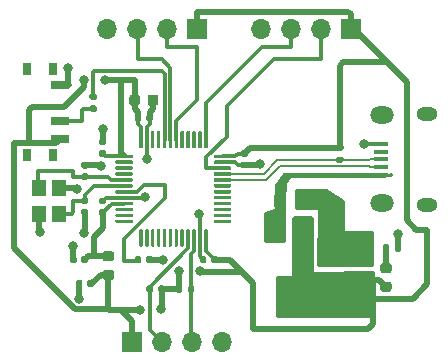
<source format=gbr>
%TF.GenerationSoftware,KiCad,Pcbnew,(5.1.10)-1*%
%TF.CreationDate,2025-06-17T20:32:58+05:30*%
%TF.ProjectId,STM32_Clone,53544d33-325f-4436-9c6f-6e652e6b6963,rev?*%
%TF.SameCoordinates,Original*%
%TF.FileFunction,Copper,L1,Top*%
%TF.FilePolarity,Positive*%
%FSLAX46Y46*%
G04 Gerber Fmt 4.6, Leading zero omitted, Abs format (unit mm)*
G04 Created by KiCad (PCBNEW (5.1.10)-1) date 2025-06-17 20:32:58*
%MOMM*%
%LPD*%
G01*
G04 APERTURE LIST*
%TA.AperFunction,SMDPad,CuDef*%
%ADD10R,1.300000X0.450000*%
%TD*%
%TA.AperFunction,ComponentPad*%
%ADD11O,2.000000X1.450000*%
%TD*%
%TA.AperFunction,ComponentPad*%
%ADD12O,1.800000X1.150000*%
%TD*%
%TA.AperFunction,SMDPad,CuDef*%
%ADD13R,0.800000X1.000000*%
%TD*%
%TA.AperFunction,SMDPad,CuDef*%
%ADD14R,1.500000X0.700000*%
%TD*%
%TA.AperFunction,SMDPad,CuDef*%
%ADD15R,1.200000X1.400000*%
%TD*%
%TA.AperFunction,SMDPad,CuDef*%
%ADD16R,1.500000X2.000000*%
%TD*%
%TA.AperFunction,SMDPad,CuDef*%
%ADD17R,3.800000X2.000000*%
%TD*%
%TA.AperFunction,ComponentPad*%
%ADD18O,1.700000X1.700000*%
%TD*%
%TA.AperFunction,ComponentPad*%
%ADD19R,1.700000X1.700000*%
%TD*%
%TA.AperFunction,ViaPad*%
%ADD20C,0.800000*%
%TD*%
%TA.AperFunction,Conductor*%
%ADD21C,0.300000*%
%TD*%
%TA.AperFunction,Conductor*%
%ADD22C,0.500000*%
%TD*%
%TA.AperFunction,Conductor*%
%ADD23C,0.250000*%
%TD*%
%TA.AperFunction,Conductor*%
%ADD24C,0.200000*%
%TD*%
%TA.AperFunction,Conductor*%
%ADD25C,0.100000*%
%TD*%
G04 APERTURE END LIST*
D10*
%TO.P,J1,1*%
%TO.N,VBUS*%
X113600000Y-88800000D03*
%TO.P,J1,2*%
%TO.N,/USB_D-*%
X113600000Y-88150000D03*
%TO.P,J1,3*%
%TO.N,/USB_D+*%
X113600000Y-87500000D03*
%TO.P,J1,4*%
%TO.N,Net-(J1-Pad4)*%
X113600000Y-86850000D03*
%TO.P,J1,5*%
%TO.N,GND*%
X113600000Y-86200000D03*
D11*
%TO.P,J1,6*%
%TO.N,Net-(J1-Pad6)*%
X113650000Y-91225000D03*
X113650000Y-83775000D03*
D12*
X117450000Y-91375000D03*
X117450000Y-83625000D03*
%TD*%
D13*
%TO.P,SW1,*%
%TO.N,*%
X85780000Y-79850000D03*
X85780000Y-87150000D03*
X83570000Y-87150000D03*
X83570000Y-79850000D03*
D14*
%TO.P,SW1,3*%
%TO.N,+3V3*%
X86430000Y-85750000D03*
%TO.P,SW1,2*%
%TO.N,/SW_BOOT0*%
X86430000Y-84250000D03*
%TO.P,SW1,1*%
%TO.N,GND*%
X86430000Y-81250000D03*
%TD*%
D15*
%TO.P,Y1,4*%
%TO.N,GND*%
X86350000Y-89900000D03*
%TO.P,Y1,3*%
%TO.N,/HSE_OUT*%
X86350000Y-92100000D03*
%TO.P,Y1,2*%
%TO.N,GND*%
X84650000Y-92100000D03*
%TO.P,Y1,1*%
%TO.N,/HSE_IN*%
X84650000Y-89900000D03*
%TD*%
%TO.P,U2,48*%
%TO.N,+3V3*%
%TA.AperFunction,SMDPad,CuDef*%
G36*
G01*
X93100000Y-86500000D02*
X93100000Y-85175000D01*
G75*
G02*
X93175000Y-85100000I75000J0D01*
G01*
X93325000Y-85100000D01*
G75*
G02*
X93400000Y-85175000I0J-75000D01*
G01*
X93400000Y-86500000D01*
G75*
G02*
X93325000Y-86575000I-75000J0D01*
G01*
X93175000Y-86575000D01*
G75*
G02*
X93100000Y-86500000I0J75000D01*
G01*
G37*
%TD.AperFunction*%
%TO.P,U2,47*%
%TO.N,GND*%
%TA.AperFunction,SMDPad,CuDef*%
G36*
G01*
X93600000Y-86500000D02*
X93600000Y-85175000D01*
G75*
G02*
X93675000Y-85100000I75000J0D01*
G01*
X93825000Y-85100000D01*
G75*
G02*
X93900000Y-85175000I0J-75000D01*
G01*
X93900000Y-86500000D01*
G75*
G02*
X93825000Y-86575000I-75000J0D01*
G01*
X93675000Y-86575000D01*
G75*
G02*
X93600000Y-86500000I0J75000D01*
G01*
G37*
%TD.AperFunction*%
%TO.P,U2,46*%
%TO.N,Net-(U2-Pad46)*%
%TA.AperFunction,SMDPad,CuDef*%
G36*
G01*
X94100000Y-86500000D02*
X94100000Y-85175000D01*
G75*
G02*
X94175000Y-85100000I75000J0D01*
G01*
X94325000Y-85100000D01*
G75*
G02*
X94400000Y-85175000I0J-75000D01*
G01*
X94400000Y-86500000D01*
G75*
G02*
X94325000Y-86575000I-75000J0D01*
G01*
X94175000Y-86575000D01*
G75*
G02*
X94100000Y-86500000I0J75000D01*
G01*
G37*
%TD.AperFunction*%
%TO.P,U2,45*%
%TO.N,Net-(U2-Pad45)*%
%TA.AperFunction,SMDPad,CuDef*%
G36*
G01*
X94600000Y-86500000D02*
X94600000Y-85175000D01*
G75*
G02*
X94675000Y-85100000I75000J0D01*
G01*
X94825000Y-85100000D01*
G75*
G02*
X94900000Y-85175000I0J-75000D01*
G01*
X94900000Y-86500000D01*
G75*
G02*
X94825000Y-86575000I-75000J0D01*
G01*
X94675000Y-86575000D01*
G75*
G02*
X94600000Y-86500000I0J75000D01*
G01*
G37*
%TD.AperFunction*%
%TO.P,U2,44*%
%TO.N,/BOOT0*%
%TA.AperFunction,SMDPad,CuDef*%
G36*
G01*
X95100000Y-86500000D02*
X95100000Y-85175000D01*
G75*
G02*
X95175000Y-85100000I75000J0D01*
G01*
X95325000Y-85100000D01*
G75*
G02*
X95400000Y-85175000I0J-75000D01*
G01*
X95400000Y-86500000D01*
G75*
G02*
X95325000Y-86575000I-75000J0D01*
G01*
X95175000Y-86575000D01*
G75*
G02*
X95100000Y-86500000I0J75000D01*
G01*
G37*
%TD.AperFunction*%
%TO.P,U2,43*%
%TO.N,/USART1_RX*%
%TA.AperFunction,SMDPad,CuDef*%
G36*
G01*
X95600000Y-86500000D02*
X95600000Y-85175000D01*
G75*
G02*
X95675000Y-85100000I75000J0D01*
G01*
X95825000Y-85100000D01*
G75*
G02*
X95900000Y-85175000I0J-75000D01*
G01*
X95900000Y-86500000D01*
G75*
G02*
X95825000Y-86575000I-75000J0D01*
G01*
X95675000Y-86575000D01*
G75*
G02*
X95600000Y-86500000I0J75000D01*
G01*
G37*
%TD.AperFunction*%
%TO.P,U2,42*%
%TO.N,/USART1_TX*%
%TA.AperFunction,SMDPad,CuDef*%
G36*
G01*
X96100000Y-86500000D02*
X96100000Y-85175000D01*
G75*
G02*
X96175000Y-85100000I75000J0D01*
G01*
X96325000Y-85100000D01*
G75*
G02*
X96400000Y-85175000I0J-75000D01*
G01*
X96400000Y-86500000D01*
G75*
G02*
X96325000Y-86575000I-75000J0D01*
G01*
X96175000Y-86575000D01*
G75*
G02*
X96100000Y-86500000I0J75000D01*
G01*
G37*
%TD.AperFunction*%
%TO.P,U2,41*%
%TO.N,Net-(U2-Pad41)*%
%TA.AperFunction,SMDPad,CuDef*%
G36*
G01*
X96600000Y-86500000D02*
X96600000Y-85175000D01*
G75*
G02*
X96675000Y-85100000I75000J0D01*
G01*
X96825000Y-85100000D01*
G75*
G02*
X96900000Y-85175000I0J-75000D01*
G01*
X96900000Y-86500000D01*
G75*
G02*
X96825000Y-86575000I-75000J0D01*
G01*
X96675000Y-86575000D01*
G75*
G02*
X96600000Y-86500000I0J75000D01*
G01*
G37*
%TD.AperFunction*%
%TO.P,U2,40*%
%TO.N,Net-(U2-Pad40)*%
%TA.AperFunction,SMDPad,CuDef*%
G36*
G01*
X97100000Y-86500000D02*
X97100000Y-85175000D01*
G75*
G02*
X97175000Y-85100000I75000J0D01*
G01*
X97325000Y-85100000D01*
G75*
G02*
X97400000Y-85175000I0J-75000D01*
G01*
X97400000Y-86500000D01*
G75*
G02*
X97325000Y-86575000I-75000J0D01*
G01*
X97175000Y-86575000D01*
G75*
G02*
X97100000Y-86500000I0J75000D01*
G01*
G37*
%TD.AperFunction*%
%TO.P,U2,39*%
%TO.N,Net-(U2-Pad39)*%
%TA.AperFunction,SMDPad,CuDef*%
G36*
G01*
X97600000Y-86500000D02*
X97600000Y-85175000D01*
G75*
G02*
X97675000Y-85100000I75000J0D01*
G01*
X97825000Y-85100000D01*
G75*
G02*
X97900000Y-85175000I0J-75000D01*
G01*
X97900000Y-86500000D01*
G75*
G02*
X97825000Y-86575000I-75000J0D01*
G01*
X97675000Y-86575000D01*
G75*
G02*
X97600000Y-86500000I0J75000D01*
G01*
G37*
%TD.AperFunction*%
%TO.P,U2,38*%
%TO.N,Net-(U2-Pad38)*%
%TA.AperFunction,SMDPad,CuDef*%
G36*
G01*
X98100000Y-86500000D02*
X98100000Y-85175000D01*
G75*
G02*
X98175000Y-85100000I75000J0D01*
G01*
X98325000Y-85100000D01*
G75*
G02*
X98400000Y-85175000I0J-75000D01*
G01*
X98400000Y-86500000D01*
G75*
G02*
X98325000Y-86575000I-75000J0D01*
G01*
X98175000Y-86575000D01*
G75*
G02*
X98100000Y-86500000I0J75000D01*
G01*
G37*
%TD.AperFunction*%
%TO.P,U2,37*%
%TO.N,/SWCLK*%
%TA.AperFunction,SMDPad,CuDef*%
G36*
G01*
X98600000Y-86500000D02*
X98600000Y-85175000D01*
G75*
G02*
X98675000Y-85100000I75000J0D01*
G01*
X98825000Y-85100000D01*
G75*
G02*
X98900000Y-85175000I0J-75000D01*
G01*
X98900000Y-86500000D01*
G75*
G02*
X98825000Y-86575000I-75000J0D01*
G01*
X98675000Y-86575000D01*
G75*
G02*
X98600000Y-86500000I0J75000D01*
G01*
G37*
%TD.AperFunction*%
%TO.P,U2,36*%
%TO.N,+3V3*%
%TA.AperFunction,SMDPad,CuDef*%
G36*
G01*
X99425000Y-87325000D02*
X99425000Y-87175000D01*
G75*
G02*
X99500000Y-87100000I75000J0D01*
G01*
X100825000Y-87100000D01*
G75*
G02*
X100900000Y-87175000I0J-75000D01*
G01*
X100900000Y-87325000D01*
G75*
G02*
X100825000Y-87400000I-75000J0D01*
G01*
X99500000Y-87400000D01*
G75*
G02*
X99425000Y-87325000I0J75000D01*
G01*
G37*
%TD.AperFunction*%
%TO.P,U2,35*%
%TO.N,GND*%
%TA.AperFunction,SMDPad,CuDef*%
G36*
G01*
X99425000Y-87825000D02*
X99425000Y-87675000D01*
G75*
G02*
X99500000Y-87600000I75000J0D01*
G01*
X100825000Y-87600000D01*
G75*
G02*
X100900000Y-87675000I0J-75000D01*
G01*
X100900000Y-87825000D01*
G75*
G02*
X100825000Y-87900000I-75000J0D01*
G01*
X99500000Y-87900000D01*
G75*
G02*
X99425000Y-87825000I0J75000D01*
G01*
G37*
%TD.AperFunction*%
%TO.P,U2,34*%
%TO.N,/SWDIO*%
%TA.AperFunction,SMDPad,CuDef*%
G36*
G01*
X99425000Y-88325000D02*
X99425000Y-88175000D01*
G75*
G02*
X99500000Y-88100000I75000J0D01*
G01*
X100825000Y-88100000D01*
G75*
G02*
X100900000Y-88175000I0J-75000D01*
G01*
X100900000Y-88325000D01*
G75*
G02*
X100825000Y-88400000I-75000J0D01*
G01*
X99500000Y-88400000D01*
G75*
G02*
X99425000Y-88325000I0J75000D01*
G01*
G37*
%TD.AperFunction*%
%TO.P,U2,33*%
%TO.N,/USB_D+*%
%TA.AperFunction,SMDPad,CuDef*%
G36*
G01*
X99425000Y-88825000D02*
X99425000Y-88675000D01*
G75*
G02*
X99500000Y-88600000I75000J0D01*
G01*
X100825000Y-88600000D01*
G75*
G02*
X100900000Y-88675000I0J-75000D01*
G01*
X100900000Y-88825000D01*
G75*
G02*
X100825000Y-88900000I-75000J0D01*
G01*
X99500000Y-88900000D01*
G75*
G02*
X99425000Y-88825000I0J75000D01*
G01*
G37*
%TD.AperFunction*%
%TO.P,U2,32*%
%TO.N,/USB_D-*%
%TA.AperFunction,SMDPad,CuDef*%
G36*
G01*
X99425000Y-89325000D02*
X99425000Y-89175000D01*
G75*
G02*
X99500000Y-89100000I75000J0D01*
G01*
X100825000Y-89100000D01*
G75*
G02*
X100900000Y-89175000I0J-75000D01*
G01*
X100900000Y-89325000D01*
G75*
G02*
X100825000Y-89400000I-75000J0D01*
G01*
X99500000Y-89400000D01*
G75*
G02*
X99425000Y-89325000I0J75000D01*
G01*
G37*
%TD.AperFunction*%
%TO.P,U2,31*%
%TO.N,Net-(U2-Pad31)*%
%TA.AperFunction,SMDPad,CuDef*%
G36*
G01*
X99425000Y-89825000D02*
X99425000Y-89675000D01*
G75*
G02*
X99500000Y-89600000I75000J0D01*
G01*
X100825000Y-89600000D01*
G75*
G02*
X100900000Y-89675000I0J-75000D01*
G01*
X100900000Y-89825000D01*
G75*
G02*
X100825000Y-89900000I-75000J0D01*
G01*
X99500000Y-89900000D01*
G75*
G02*
X99425000Y-89825000I0J75000D01*
G01*
G37*
%TD.AperFunction*%
%TO.P,U2,30*%
%TO.N,Net-(U2-Pad30)*%
%TA.AperFunction,SMDPad,CuDef*%
G36*
G01*
X99425000Y-90325000D02*
X99425000Y-90175000D01*
G75*
G02*
X99500000Y-90100000I75000J0D01*
G01*
X100825000Y-90100000D01*
G75*
G02*
X100900000Y-90175000I0J-75000D01*
G01*
X100900000Y-90325000D01*
G75*
G02*
X100825000Y-90400000I-75000J0D01*
G01*
X99500000Y-90400000D01*
G75*
G02*
X99425000Y-90325000I0J75000D01*
G01*
G37*
%TD.AperFunction*%
%TO.P,U2,29*%
%TO.N,Net-(U2-Pad29)*%
%TA.AperFunction,SMDPad,CuDef*%
G36*
G01*
X99425000Y-90825000D02*
X99425000Y-90675000D01*
G75*
G02*
X99500000Y-90600000I75000J0D01*
G01*
X100825000Y-90600000D01*
G75*
G02*
X100900000Y-90675000I0J-75000D01*
G01*
X100900000Y-90825000D01*
G75*
G02*
X100825000Y-90900000I-75000J0D01*
G01*
X99500000Y-90900000D01*
G75*
G02*
X99425000Y-90825000I0J75000D01*
G01*
G37*
%TD.AperFunction*%
%TO.P,U2,28*%
%TO.N,Net-(U2-Pad28)*%
%TA.AperFunction,SMDPad,CuDef*%
G36*
G01*
X99425000Y-91325000D02*
X99425000Y-91175000D01*
G75*
G02*
X99500000Y-91100000I75000J0D01*
G01*
X100825000Y-91100000D01*
G75*
G02*
X100900000Y-91175000I0J-75000D01*
G01*
X100900000Y-91325000D01*
G75*
G02*
X100825000Y-91400000I-75000J0D01*
G01*
X99500000Y-91400000D01*
G75*
G02*
X99425000Y-91325000I0J75000D01*
G01*
G37*
%TD.AperFunction*%
%TO.P,U2,27*%
%TO.N,Net-(U2-Pad27)*%
%TA.AperFunction,SMDPad,CuDef*%
G36*
G01*
X99425000Y-91825000D02*
X99425000Y-91675000D01*
G75*
G02*
X99500000Y-91600000I75000J0D01*
G01*
X100825000Y-91600000D01*
G75*
G02*
X100900000Y-91675000I0J-75000D01*
G01*
X100900000Y-91825000D01*
G75*
G02*
X100825000Y-91900000I-75000J0D01*
G01*
X99500000Y-91900000D01*
G75*
G02*
X99425000Y-91825000I0J75000D01*
G01*
G37*
%TD.AperFunction*%
%TO.P,U2,26*%
%TO.N,Net-(U2-Pad26)*%
%TA.AperFunction,SMDPad,CuDef*%
G36*
G01*
X99425000Y-92325000D02*
X99425000Y-92175000D01*
G75*
G02*
X99500000Y-92100000I75000J0D01*
G01*
X100825000Y-92100000D01*
G75*
G02*
X100900000Y-92175000I0J-75000D01*
G01*
X100900000Y-92325000D01*
G75*
G02*
X100825000Y-92400000I-75000J0D01*
G01*
X99500000Y-92400000D01*
G75*
G02*
X99425000Y-92325000I0J75000D01*
G01*
G37*
%TD.AperFunction*%
%TO.P,U2,25*%
%TO.N,Net-(U2-Pad25)*%
%TA.AperFunction,SMDPad,CuDef*%
G36*
G01*
X99425000Y-92825000D02*
X99425000Y-92675000D01*
G75*
G02*
X99500000Y-92600000I75000J0D01*
G01*
X100825000Y-92600000D01*
G75*
G02*
X100900000Y-92675000I0J-75000D01*
G01*
X100900000Y-92825000D01*
G75*
G02*
X100825000Y-92900000I-75000J0D01*
G01*
X99500000Y-92900000D01*
G75*
G02*
X99425000Y-92825000I0J75000D01*
G01*
G37*
%TD.AperFunction*%
%TO.P,U2,24*%
%TO.N,+3V3*%
%TA.AperFunction,SMDPad,CuDef*%
G36*
G01*
X98600000Y-94825000D02*
X98600000Y-93500000D01*
G75*
G02*
X98675000Y-93425000I75000J0D01*
G01*
X98825000Y-93425000D01*
G75*
G02*
X98900000Y-93500000I0J-75000D01*
G01*
X98900000Y-94825000D01*
G75*
G02*
X98825000Y-94900000I-75000J0D01*
G01*
X98675000Y-94900000D01*
G75*
G02*
X98600000Y-94825000I0J75000D01*
G01*
G37*
%TD.AperFunction*%
%TO.P,U2,23*%
%TO.N,GND*%
%TA.AperFunction,SMDPad,CuDef*%
G36*
G01*
X98100000Y-94825000D02*
X98100000Y-93500000D01*
G75*
G02*
X98175000Y-93425000I75000J0D01*
G01*
X98325000Y-93425000D01*
G75*
G02*
X98400000Y-93500000I0J-75000D01*
G01*
X98400000Y-94825000D01*
G75*
G02*
X98325000Y-94900000I-75000J0D01*
G01*
X98175000Y-94900000D01*
G75*
G02*
X98100000Y-94825000I0J75000D01*
G01*
G37*
%TD.AperFunction*%
%TO.P,U2,22*%
%TO.N,/I2C2_SDA*%
%TA.AperFunction,SMDPad,CuDef*%
G36*
G01*
X97600000Y-94825000D02*
X97600000Y-93500000D01*
G75*
G02*
X97675000Y-93425000I75000J0D01*
G01*
X97825000Y-93425000D01*
G75*
G02*
X97900000Y-93500000I0J-75000D01*
G01*
X97900000Y-94825000D01*
G75*
G02*
X97825000Y-94900000I-75000J0D01*
G01*
X97675000Y-94900000D01*
G75*
G02*
X97600000Y-94825000I0J75000D01*
G01*
G37*
%TD.AperFunction*%
%TO.P,U2,21*%
%TO.N,/I2C2_SCL*%
%TA.AperFunction,SMDPad,CuDef*%
G36*
G01*
X97100000Y-94825000D02*
X97100000Y-93500000D01*
G75*
G02*
X97175000Y-93425000I75000J0D01*
G01*
X97325000Y-93425000D01*
G75*
G02*
X97400000Y-93500000I0J-75000D01*
G01*
X97400000Y-94825000D01*
G75*
G02*
X97325000Y-94900000I-75000J0D01*
G01*
X97175000Y-94900000D01*
G75*
G02*
X97100000Y-94825000I0J75000D01*
G01*
G37*
%TD.AperFunction*%
%TO.P,U2,20*%
%TO.N,Net-(U2-Pad20)*%
%TA.AperFunction,SMDPad,CuDef*%
G36*
G01*
X96600000Y-94825000D02*
X96600000Y-93500000D01*
G75*
G02*
X96675000Y-93425000I75000J0D01*
G01*
X96825000Y-93425000D01*
G75*
G02*
X96900000Y-93500000I0J-75000D01*
G01*
X96900000Y-94825000D01*
G75*
G02*
X96825000Y-94900000I-75000J0D01*
G01*
X96675000Y-94900000D01*
G75*
G02*
X96600000Y-94825000I0J75000D01*
G01*
G37*
%TD.AperFunction*%
%TO.P,U2,19*%
%TO.N,Net-(U2-Pad19)*%
%TA.AperFunction,SMDPad,CuDef*%
G36*
G01*
X96100000Y-94825000D02*
X96100000Y-93500000D01*
G75*
G02*
X96175000Y-93425000I75000J0D01*
G01*
X96325000Y-93425000D01*
G75*
G02*
X96400000Y-93500000I0J-75000D01*
G01*
X96400000Y-94825000D01*
G75*
G02*
X96325000Y-94900000I-75000J0D01*
G01*
X96175000Y-94900000D01*
G75*
G02*
X96100000Y-94825000I0J75000D01*
G01*
G37*
%TD.AperFunction*%
%TO.P,U2,18*%
%TO.N,Net-(U2-Pad18)*%
%TA.AperFunction,SMDPad,CuDef*%
G36*
G01*
X95600000Y-94825000D02*
X95600000Y-93500000D01*
G75*
G02*
X95675000Y-93425000I75000J0D01*
G01*
X95825000Y-93425000D01*
G75*
G02*
X95900000Y-93500000I0J-75000D01*
G01*
X95900000Y-94825000D01*
G75*
G02*
X95825000Y-94900000I-75000J0D01*
G01*
X95675000Y-94900000D01*
G75*
G02*
X95600000Y-94825000I0J75000D01*
G01*
G37*
%TD.AperFunction*%
%TO.P,U2,17*%
%TO.N,Net-(U2-Pad17)*%
%TA.AperFunction,SMDPad,CuDef*%
G36*
G01*
X95100000Y-94825000D02*
X95100000Y-93500000D01*
G75*
G02*
X95175000Y-93425000I75000J0D01*
G01*
X95325000Y-93425000D01*
G75*
G02*
X95400000Y-93500000I0J-75000D01*
G01*
X95400000Y-94825000D01*
G75*
G02*
X95325000Y-94900000I-75000J0D01*
G01*
X95175000Y-94900000D01*
G75*
G02*
X95100000Y-94825000I0J75000D01*
G01*
G37*
%TD.AperFunction*%
%TO.P,U2,16*%
%TO.N,Net-(U2-Pad16)*%
%TA.AperFunction,SMDPad,CuDef*%
G36*
G01*
X94600000Y-94825000D02*
X94600000Y-93500000D01*
G75*
G02*
X94675000Y-93425000I75000J0D01*
G01*
X94825000Y-93425000D01*
G75*
G02*
X94900000Y-93500000I0J-75000D01*
G01*
X94900000Y-94825000D01*
G75*
G02*
X94825000Y-94900000I-75000J0D01*
G01*
X94675000Y-94900000D01*
G75*
G02*
X94600000Y-94825000I0J75000D01*
G01*
G37*
%TD.AperFunction*%
%TO.P,U2,15*%
%TO.N,Net-(U2-Pad15)*%
%TA.AperFunction,SMDPad,CuDef*%
G36*
G01*
X94100000Y-94825000D02*
X94100000Y-93500000D01*
G75*
G02*
X94175000Y-93425000I75000J0D01*
G01*
X94325000Y-93425000D01*
G75*
G02*
X94400000Y-93500000I0J-75000D01*
G01*
X94400000Y-94825000D01*
G75*
G02*
X94325000Y-94900000I-75000J0D01*
G01*
X94175000Y-94900000D01*
G75*
G02*
X94100000Y-94825000I0J75000D01*
G01*
G37*
%TD.AperFunction*%
%TO.P,U2,14*%
%TO.N,Net-(U2-Pad14)*%
%TA.AperFunction,SMDPad,CuDef*%
G36*
G01*
X93600000Y-94825000D02*
X93600000Y-93500000D01*
G75*
G02*
X93675000Y-93425000I75000J0D01*
G01*
X93825000Y-93425000D01*
G75*
G02*
X93900000Y-93500000I0J-75000D01*
G01*
X93900000Y-94825000D01*
G75*
G02*
X93825000Y-94900000I-75000J0D01*
G01*
X93675000Y-94900000D01*
G75*
G02*
X93600000Y-94825000I0J75000D01*
G01*
G37*
%TD.AperFunction*%
%TO.P,U2,13*%
%TO.N,Net-(U2-Pad13)*%
%TA.AperFunction,SMDPad,CuDef*%
G36*
G01*
X93100000Y-94825000D02*
X93100000Y-93500000D01*
G75*
G02*
X93175000Y-93425000I75000J0D01*
G01*
X93325000Y-93425000D01*
G75*
G02*
X93400000Y-93500000I0J-75000D01*
G01*
X93400000Y-94825000D01*
G75*
G02*
X93325000Y-94900000I-75000J0D01*
G01*
X93175000Y-94900000D01*
G75*
G02*
X93100000Y-94825000I0J75000D01*
G01*
G37*
%TD.AperFunction*%
%TO.P,U2,12*%
%TO.N,Net-(U2-Pad12)*%
%TA.AperFunction,SMDPad,CuDef*%
G36*
G01*
X91100000Y-92825000D02*
X91100000Y-92675000D01*
G75*
G02*
X91175000Y-92600000I75000J0D01*
G01*
X92500000Y-92600000D01*
G75*
G02*
X92575000Y-92675000I0J-75000D01*
G01*
X92575000Y-92825000D01*
G75*
G02*
X92500000Y-92900000I-75000J0D01*
G01*
X91175000Y-92900000D01*
G75*
G02*
X91100000Y-92825000I0J75000D01*
G01*
G37*
%TD.AperFunction*%
%TO.P,U2,11*%
%TO.N,Net-(U2-Pad11)*%
%TA.AperFunction,SMDPad,CuDef*%
G36*
G01*
X91100000Y-92325000D02*
X91100000Y-92175000D01*
G75*
G02*
X91175000Y-92100000I75000J0D01*
G01*
X92500000Y-92100000D01*
G75*
G02*
X92575000Y-92175000I0J-75000D01*
G01*
X92575000Y-92325000D01*
G75*
G02*
X92500000Y-92400000I-75000J0D01*
G01*
X91175000Y-92400000D01*
G75*
G02*
X91100000Y-92325000I0J75000D01*
G01*
G37*
%TD.AperFunction*%
%TO.P,U2,10*%
%TO.N,Net-(U2-Pad10)*%
%TA.AperFunction,SMDPad,CuDef*%
G36*
G01*
X91100000Y-91825000D02*
X91100000Y-91675000D01*
G75*
G02*
X91175000Y-91600000I75000J0D01*
G01*
X92500000Y-91600000D01*
G75*
G02*
X92575000Y-91675000I0J-75000D01*
G01*
X92575000Y-91825000D01*
G75*
G02*
X92500000Y-91900000I-75000J0D01*
G01*
X91175000Y-91900000D01*
G75*
G02*
X91100000Y-91825000I0J75000D01*
G01*
G37*
%TD.AperFunction*%
%TO.P,U2,9*%
%TO.N,+3.3VA*%
%TA.AperFunction,SMDPad,CuDef*%
G36*
G01*
X91100000Y-91325000D02*
X91100000Y-91175000D01*
G75*
G02*
X91175000Y-91100000I75000J0D01*
G01*
X92500000Y-91100000D01*
G75*
G02*
X92575000Y-91175000I0J-75000D01*
G01*
X92575000Y-91325000D01*
G75*
G02*
X92500000Y-91400000I-75000J0D01*
G01*
X91175000Y-91400000D01*
G75*
G02*
X91100000Y-91325000I0J75000D01*
G01*
G37*
%TD.AperFunction*%
%TO.P,U2,8*%
%TO.N,GND*%
%TA.AperFunction,SMDPad,CuDef*%
G36*
G01*
X91100000Y-90825000D02*
X91100000Y-90675000D01*
G75*
G02*
X91175000Y-90600000I75000J0D01*
G01*
X92500000Y-90600000D01*
G75*
G02*
X92575000Y-90675000I0J-75000D01*
G01*
X92575000Y-90825000D01*
G75*
G02*
X92500000Y-90900000I-75000J0D01*
G01*
X91175000Y-90900000D01*
G75*
G02*
X91100000Y-90825000I0J75000D01*
G01*
G37*
%TD.AperFunction*%
%TO.P,U2,7*%
%TO.N,/NRST*%
%TA.AperFunction,SMDPad,CuDef*%
G36*
G01*
X91100000Y-90325000D02*
X91100000Y-90175000D01*
G75*
G02*
X91175000Y-90100000I75000J0D01*
G01*
X92500000Y-90100000D01*
G75*
G02*
X92575000Y-90175000I0J-75000D01*
G01*
X92575000Y-90325000D01*
G75*
G02*
X92500000Y-90400000I-75000J0D01*
G01*
X91175000Y-90400000D01*
G75*
G02*
X91100000Y-90325000I0J75000D01*
G01*
G37*
%TD.AperFunction*%
%TO.P,U2,6*%
%TO.N,/HSE_OUT*%
%TA.AperFunction,SMDPad,CuDef*%
G36*
G01*
X91100000Y-89825000D02*
X91100000Y-89675000D01*
G75*
G02*
X91175000Y-89600000I75000J0D01*
G01*
X92500000Y-89600000D01*
G75*
G02*
X92575000Y-89675000I0J-75000D01*
G01*
X92575000Y-89825000D01*
G75*
G02*
X92500000Y-89900000I-75000J0D01*
G01*
X91175000Y-89900000D01*
G75*
G02*
X91100000Y-89825000I0J75000D01*
G01*
G37*
%TD.AperFunction*%
%TO.P,U2,5*%
%TO.N,/HSE_IN*%
%TA.AperFunction,SMDPad,CuDef*%
G36*
G01*
X91100000Y-89325000D02*
X91100000Y-89175000D01*
G75*
G02*
X91175000Y-89100000I75000J0D01*
G01*
X92500000Y-89100000D01*
G75*
G02*
X92575000Y-89175000I0J-75000D01*
G01*
X92575000Y-89325000D01*
G75*
G02*
X92500000Y-89400000I-75000J0D01*
G01*
X91175000Y-89400000D01*
G75*
G02*
X91100000Y-89325000I0J75000D01*
G01*
G37*
%TD.AperFunction*%
%TO.P,U2,4*%
%TO.N,Net-(U2-Pad4)*%
%TA.AperFunction,SMDPad,CuDef*%
G36*
G01*
X91100000Y-88825000D02*
X91100000Y-88675000D01*
G75*
G02*
X91175000Y-88600000I75000J0D01*
G01*
X92500000Y-88600000D01*
G75*
G02*
X92575000Y-88675000I0J-75000D01*
G01*
X92575000Y-88825000D01*
G75*
G02*
X92500000Y-88900000I-75000J0D01*
G01*
X91175000Y-88900000D01*
G75*
G02*
X91100000Y-88825000I0J75000D01*
G01*
G37*
%TD.AperFunction*%
%TO.P,U2,3*%
%TO.N,Net-(U2-Pad3)*%
%TA.AperFunction,SMDPad,CuDef*%
G36*
G01*
X91100000Y-88325000D02*
X91100000Y-88175000D01*
G75*
G02*
X91175000Y-88100000I75000J0D01*
G01*
X92500000Y-88100000D01*
G75*
G02*
X92575000Y-88175000I0J-75000D01*
G01*
X92575000Y-88325000D01*
G75*
G02*
X92500000Y-88400000I-75000J0D01*
G01*
X91175000Y-88400000D01*
G75*
G02*
X91100000Y-88325000I0J75000D01*
G01*
G37*
%TD.AperFunction*%
%TO.P,U2,2*%
%TO.N,Net-(U2-Pad2)*%
%TA.AperFunction,SMDPad,CuDef*%
G36*
G01*
X91100000Y-87825000D02*
X91100000Y-87675000D01*
G75*
G02*
X91175000Y-87600000I75000J0D01*
G01*
X92500000Y-87600000D01*
G75*
G02*
X92575000Y-87675000I0J-75000D01*
G01*
X92575000Y-87825000D01*
G75*
G02*
X92500000Y-87900000I-75000J0D01*
G01*
X91175000Y-87900000D01*
G75*
G02*
X91100000Y-87825000I0J75000D01*
G01*
G37*
%TD.AperFunction*%
%TO.P,U2,1*%
%TO.N,+3V3*%
%TA.AperFunction,SMDPad,CuDef*%
G36*
G01*
X91100000Y-87325000D02*
X91100000Y-87175000D01*
G75*
G02*
X91175000Y-87100000I75000J0D01*
G01*
X92500000Y-87100000D01*
G75*
G02*
X92575000Y-87175000I0J-75000D01*
G01*
X92575000Y-87325000D01*
G75*
G02*
X92500000Y-87400000I-75000J0D01*
G01*
X91175000Y-87400000D01*
G75*
G02*
X91100000Y-87325000I0J75000D01*
G01*
G37*
%TD.AperFunction*%
%TD*%
D16*
%TO.P,U1,1*%
%TO.N,GND*%
X109300000Y-93350000D03*
%TO.P,U1,3*%
%TO.N,VBUS*%
X104700000Y-93350000D03*
%TO.P,U1,2*%
%TO.N,+3V3*%
X107000000Y-93350000D03*
D17*
X107000000Y-99650000D03*
%TD*%
%TO.P,R5,2*%
%TO.N,/I2C2_SDA*%
%TA.AperFunction,SMDPad,CuDef*%
G36*
G01*
X97240000Y-98685000D02*
X97240000Y-98315000D01*
G75*
G02*
X97375000Y-98180000I135000J0D01*
G01*
X97645000Y-98180000D01*
G75*
G02*
X97780000Y-98315000I0J-135000D01*
G01*
X97780000Y-98685000D01*
G75*
G02*
X97645000Y-98820000I-135000J0D01*
G01*
X97375000Y-98820000D01*
G75*
G02*
X97240000Y-98685000I0J135000D01*
G01*
G37*
%TD.AperFunction*%
%TO.P,R5,1*%
%TO.N,+3V3*%
%TA.AperFunction,SMDPad,CuDef*%
G36*
G01*
X96220000Y-98685000D02*
X96220000Y-98315000D01*
G75*
G02*
X96355000Y-98180000I135000J0D01*
G01*
X96625000Y-98180000D01*
G75*
G02*
X96760000Y-98315000I0J-135000D01*
G01*
X96760000Y-98685000D01*
G75*
G02*
X96625000Y-98820000I-135000J0D01*
G01*
X96355000Y-98820000D01*
G75*
G02*
X96220000Y-98685000I0J135000D01*
G01*
G37*
%TD.AperFunction*%
%TD*%
%TO.P,R4,2*%
%TO.N,/I2C2_SCL*%
%TA.AperFunction,SMDPad,CuDef*%
G36*
G01*
X94260000Y-98315000D02*
X94260000Y-98685000D01*
G75*
G02*
X94125000Y-98820000I-135000J0D01*
G01*
X93855000Y-98820000D01*
G75*
G02*
X93720000Y-98685000I0J135000D01*
G01*
X93720000Y-98315000D01*
G75*
G02*
X93855000Y-98180000I135000J0D01*
G01*
X94125000Y-98180000D01*
G75*
G02*
X94260000Y-98315000I0J-135000D01*
G01*
G37*
%TD.AperFunction*%
%TO.P,R4,1*%
%TO.N,+3V3*%
%TA.AperFunction,SMDPad,CuDef*%
G36*
G01*
X95280000Y-98315000D02*
X95280000Y-98685000D01*
G75*
G02*
X95145000Y-98820000I-135000J0D01*
G01*
X94875000Y-98820000D01*
G75*
G02*
X94740000Y-98685000I0J135000D01*
G01*
X94740000Y-98315000D01*
G75*
G02*
X94875000Y-98180000I135000J0D01*
G01*
X95145000Y-98180000D01*
G75*
G02*
X95280000Y-98315000I0J-135000D01*
G01*
G37*
%TD.AperFunction*%
%TD*%
%TO.P,R3,2*%
%TO.N,/USB_D+*%
%TA.AperFunction,SMDPad,CuDef*%
G36*
G01*
X109915000Y-87265000D02*
X110285000Y-87265000D01*
G75*
G02*
X110420000Y-87400000I0J-135000D01*
G01*
X110420000Y-87670000D01*
G75*
G02*
X110285000Y-87805000I-135000J0D01*
G01*
X109915000Y-87805000D01*
G75*
G02*
X109780000Y-87670000I0J135000D01*
G01*
X109780000Y-87400000D01*
G75*
G02*
X109915000Y-87265000I135000J0D01*
G01*
G37*
%TD.AperFunction*%
%TO.P,R3,1*%
%TO.N,+3V3*%
%TA.AperFunction,SMDPad,CuDef*%
G36*
G01*
X109915000Y-86245000D02*
X110285000Y-86245000D01*
G75*
G02*
X110420000Y-86380000I0J-135000D01*
G01*
X110420000Y-86650000D01*
G75*
G02*
X110285000Y-86785000I-135000J0D01*
G01*
X109915000Y-86785000D01*
G75*
G02*
X109780000Y-86650000I0J135000D01*
G01*
X109780000Y-86380000D01*
G75*
G02*
X109915000Y-86245000I135000J0D01*
G01*
G37*
%TD.AperFunction*%
%TD*%
%TO.P,R2,2*%
%TO.N,/SW_BOOT0*%
%TA.AperFunction,SMDPad,CuDef*%
G36*
G01*
X89015000Y-82940000D02*
X89385000Y-82940000D01*
G75*
G02*
X89520000Y-83075000I0J-135000D01*
G01*
X89520000Y-83345000D01*
G75*
G02*
X89385000Y-83480000I-135000J0D01*
G01*
X89015000Y-83480000D01*
G75*
G02*
X88880000Y-83345000I0J135000D01*
G01*
X88880000Y-83075000D01*
G75*
G02*
X89015000Y-82940000I135000J0D01*
G01*
G37*
%TD.AperFunction*%
%TO.P,R2,1*%
%TO.N,/BOOT0*%
%TA.AperFunction,SMDPad,CuDef*%
G36*
G01*
X89015000Y-81920000D02*
X89385000Y-81920000D01*
G75*
G02*
X89520000Y-82055000I0J-135000D01*
G01*
X89520000Y-82325000D01*
G75*
G02*
X89385000Y-82460000I-135000J0D01*
G01*
X89015000Y-82460000D01*
G75*
G02*
X88880000Y-82325000I0J135000D01*
G01*
X88880000Y-82055000D01*
G75*
G02*
X89015000Y-81920000I135000J0D01*
G01*
G37*
%TD.AperFunction*%
%TD*%
%TO.P,R1,2*%
%TO.N,GND*%
%TA.AperFunction,SMDPad,CuDef*%
G36*
G01*
X114730000Y-95185000D02*
X114730000Y-94815000D01*
G75*
G02*
X114865000Y-94680000I135000J0D01*
G01*
X115135000Y-94680000D01*
G75*
G02*
X115270000Y-94815000I0J-135000D01*
G01*
X115270000Y-95185000D01*
G75*
G02*
X115135000Y-95320000I-135000J0D01*
G01*
X114865000Y-95320000D01*
G75*
G02*
X114730000Y-95185000I0J135000D01*
G01*
G37*
%TD.AperFunction*%
%TO.P,R1,1*%
%TO.N,/PWR_LED_K*%
%TA.AperFunction,SMDPad,CuDef*%
G36*
G01*
X113710000Y-95185000D02*
X113710000Y-94815000D01*
G75*
G02*
X113845000Y-94680000I135000J0D01*
G01*
X114115000Y-94680000D01*
G75*
G02*
X114250000Y-94815000I0J-135000D01*
G01*
X114250000Y-95185000D01*
G75*
G02*
X114115000Y-95320000I-135000J0D01*
G01*
X113845000Y-95320000D01*
G75*
G02*
X113710000Y-95185000I0J135000D01*
G01*
G37*
%TD.AperFunction*%
%TD*%
D18*
%TO.P,J4,4*%
%TO.N,GND*%
X100120000Y-103000000D03*
%TO.P,J4,3*%
%TO.N,/I2C2_SDA*%
X97580000Y-103000000D03*
%TO.P,J4,2*%
%TO.N,/I2C2_SCL*%
X95040000Y-103000000D03*
D19*
%TO.P,J4,1*%
%TO.N,+3V3*%
X92500000Y-103000000D03*
%TD*%
D18*
%TO.P,J3,4*%
%TO.N,GND*%
X103380000Y-76500000D03*
%TO.P,J3,3*%
%TO.N,/SWCLK*%
X105920000Y-76500000D03*
%TO.P,J3,2*%
%TO.N,/SWDIO*%
X108460000Y-76500000D03*
D19*
%TO.P,J3,1*%
%TO.N,+3V3*%
X111000000Y-76500000D03*
%TD*%
D18*
%TO.P,J2,4*%
%TO.N,GND*%
X90380000Y-76500000D03*
%TO.P,J2,3*%
%TO.N,/USART1_RX*%
X92920000Y-76500000D03*
%TO.P,J2,2*%
%TO.N,/USART1_TX*%
X95460000Y-76500000D03*
D19*
%TO.P,J2,1*%
%TO.N,+3V3*%
X98000000Y-76500000D03*
%TD*%
%TO.P,FB1,2*%
%TO.N,+3.3VA*%
%TA.AperFunction,SMDPad,CuDef*%
G36*
G01*
X90756250Y-96150000D02*
X90243750Y-96150000D01*
G75*
G02*
X90025000Y-95931250I0J218750D01*
G01*
X90025000Y-95493750D01*
G75*
G02*
X90243750Y-95275000I218750J0D01*
G01*
X90756250Y-95275000D01*
G75*
G02*
X90975000Y-95493750I0J-218750D01*
G01*
X90975000Y-95931250D01*
G75*
G02*
X90756250Y-96150000I-218750J0D01*
G01*
G37*
%TD.AperFunction*%
%TO.P,FB1,1*%
%TO.N,+3V3*%
%TA.AperFunction,SMDPad,CuDef*%
G36*
G01*
X90756250Y-97725000D02*
X90243750Y-97725000D01*
G75*
G02*
X90025000Y-97506250I0J218750D01*
G01*
X90025000Y-97068750D01*
G75*
G02*
X90243750Y-96850000I218750J0D01*
G01*
X90756250Y-96850000D01*
G75*
G02*
X90975000Y-97068750I0J-218750D01*
G01*
X90975000Y-97506250D01*
G75*
G02*
X90756250Y-97725000I-218750J0D01*
G01*
G37*
%TD.AperFunction*%
%TD*%
%TO.P,D1,2*%
%TO.N,+3V3*%
%TA.AperFunction,SMDPad,CuDef*%
G36*
G01*
X113743750Y-97850000D02*
X114256250Y-97850000D01*
G75*
G02*
X114475000Y-98068750I0J-218750D01*
G01*
X114475000Y-98506250D01*
G75*
G02*
X114256250Y-98725000I-218750J0D01*
G01*
X113743750Y-98725000D01*
G75*
G02*
X113525000Y-98506250I0J218750D01*
G01*
X113525000Y-98068750D01*
G75*
G02*
X113743750Y-97850000I218750J0D01*
G01*
G37*
%TD.AperFunction*%
%TO.P,D1,1*%
%TO.N,/PWR_LED_K*%
%TA.AperFunction,SMDPad,CuDef*%
G36*
G01*
X113743750Y-96275000D02*
X114256250Y-96275000D01*
G75*
G02*
X114475000Y-96493750I0J-218750D01*
G01*
X114475000Y-96931250D01*
G75*
G02*
X114256250Y-97150000I-218750J0D01*
G01*
X113743750Y-97150000D01*
G75*
G02*
X113525000Y-96931250I0J218750D01*
G01*
X113525000Y-96493750D01*
G75*
G02*
X113743750Y-96275000I218750J0D01*
G01*
G37*
%TD.AperFunction*%
%TD*%
%TO.P,C13,2*%
%TO.N,GND*%
%TA.AperFunction,SMDPad,CuDef*%
G36*
G01*
X88330000Y-91700000D02*
X88670000Y-91700000D01*
G75*
G02*
X88810000Y-91840000I0J-140000D01*
G01*
X88810000Y-92120000D01*
G75*
G02*
X88670000Y-92260000I-140000J0D01*
G01*
X88330000Y-92260000D01*
G75*
G02*
X88190000Y-92120000I0J140000D01*
G01*
X88190000Y-91840000D01*
G75*
G02*
X88330000Y-91700000I140000J0D01*
G01*
G37*
%TD.AperFunction*%
%TO.P,C13,1*%
%TO.N,/HSE_OUT*%
%TA.AperFunction,SMDPad,CuDef*%
G36*
G01*
X88330000Y-90740000D02*
X88670000Y-90740000D01*
G75*
G02*
X88810000Y-90880000I0J-140000D01*
G01*
X88810000Y-91160000D01*
G75*
G02*
X88670000Y-91300000I-140000J0D01*
G01*
X88330000Y-91300000D01*
G75*
G02*
X88190000Y-91160000I0J140000D01*
G01*
X88190000Y-90880000D01*
G75*
G02*
X88330000Y-90740000I140000J0D01*
G01*
G37*
%TD.AperFunction*%
%TD*%
%TO.P,C12,2*%
%TO.N,GND*%
%TA.AperFunction,SMDPad,CuDef*%
G36*
G01*
X88670000Y-88300000D02*
X88330000Y-88300000D01*
G75*
G02*
X88190000Y-88160000I0J140000D01*
G01*
X88190000Y-87880000D01*
G75*
G02*
X88330000Y-87740000I140000J0D01*
G01*
X88670000Y-87740000D01*
G75*
G02*
X88810000Y-87880000I0J-140000D01*
G01*
X88810000Y-88160000D01*
G75*
G02*
X88670000Y-88300000I-140000J0D01*
G01*
G37*
%TD.AperFunction*%
%TO.P,C12,1*%
%TO.N,/HSE_IN*%
%TA.AperFunction,SMDPad,CuDef*%
G36*
G01*
X88670000Y-89260000D02*
X88330000Y-89260000D01*
G75*
G02*
X88190000Y-89120000I0J140000D01*
G01*
X88190000Y-88840000D01*
G75*
G02*
X88330000Y-88700000I140000J0D01*
G01*
X88670000Y-88700000D01*
G75*
G02*
X88810000Y-88840000I0J-140000D01*
G01*
X88810000Y-89120000D01*
G75*
G02*
X88670000Y-89260000I-140000J0D01*
G01*
G37*
%TD.AperFunction*%
%TD*%
%TO.P,C11,2*%
%TO.N,GND*%
%TA.AperFunction,SMDPad,CuDef*%
G36*
G01*
X93700000Y-96170000D02*
X93700000Y-95830000D01*
G75*
G02*
X93840000Y-95690000I140000J0D01*
G01*
X94120000Y-95690000D01*
G75*
G02*
X94260000Y-95830000I0J-140000D01*
G01*
X94260000Y-96170000D01*
G75*
G02*
X94120000Y-96310000I-140000J0D01*
G01*
X93840000Y-96310000D01*
G75*
G02*
X93700000Y-96170000I0J140000D01*
G01*
G37*
%TD.AperFunction*%
%TO.P,C11,1*%
%TO.N,/NRST*%
%TA.AperFunction,SMDPad,CuDef*%
G36*
G01*
X92740000Y-96170000D02*
X92740000Y-95830000D01*
G75*
G02*
X92880000Y-95690000I140000J0D01*
G01*
X93160000Y-95690000D01*
G75*
G02*
X93300000Y-95830000I0J-140000D01*
G01*
X93300000Y-96170000D01*
G75*
G02*
X93160000Y-96310000I-140000J0D01*
G01*
X92880000Y-96310000D01*
G75*
G02*
X92740000Y-96170000I0J140000D01*
G01*
G37*
%TD.AperFunction*%
%TD*%
%TO.P,C10,2*%
%TO.N,GND*%
%TA.AperFunction,SMDPad,CuDef*%
G36*
G01*
X88300000Y-97830000D02*
X88300000Y-98170000D01*
G75*
G02*
X88160000Y-98310000I-140000J0D01*
G01*
X87880000Y-98310000D01*
G75*
G02*
X87740000Y-98170000I0J140000D01*
G01*
X87740000Y-97830000D01*
G75*
G02*
X87880000Y-97690000I140000J0D01*
G01*
X88160000Y-97690000D01*
G75*
G02*
X88300000Y-97830000I0J-140000D01*
G01*
G37*
%TD.AperFunction*%
%TO.P,C10,1*%
%TO.N,+3V3*%
%TA.AperFunction,SMDPad,CuDef*%
G36*
G01*
X89260000Y-97830000D02*
X89260000Y-98170000D01*
G75*
G02*
X89120000Y-98310000I-140000J0D01*
G01*
X88840000Y-98310000D01*
G75*
G02*
X88700000Y-98170000I0J140000D01*
G01*
X88700000Y-97830000D01*
G75*
G02*
X88840000Y-97690000I140000J0D01*
G01*
X89120000Y-97690000D01*
G75*
G02*
X89260000Y-97830000I0J-140000D01*
G01*
G37*
%TD.AperFunction*%
%TD*%
%TO.P,C9,2*%
%TO.N,GND*%
%TA.AperFunction,SMDPad,CuDef*%
G36*
G01*
X87800000Y-95830000D02*
X87800000Y-96170000D01*
G75*
G02*
X87660000Y-96310000I-140000J0D01*
G01*
X87380000Y-96310000D01*
G75*
G02*
X87240000Y-96170000I0J140000D01*
G01*
X87240000Y-95830000D01*
G75*
G02*
X87380000Y-95690000I140000J0D01*
G01*
X87660000Y-95690000D01*
G75*
G02*
X87800000Y-95830000I0J-140000D01*
G01*
G37*
%TD.AperFunction*%
%TO.P,C9,1*%
%TO.N,+3.3VA*%
%TA.AperFunction,SMDPad,CuDef*%
G36*
G01*
X88760000Y-95830000D02*
X88760000Y-96170000D01*
G75*
G02*
X88620000Y-96310000I-140000J0D01*
G01*
X88340000Y-96310000D01*
G75*
G02*
X88200000Y-96170000I0J140000D01*
G01*
X88200000Y-95830000D01*
G75*
G02*
X88340000Y-95690000I140000J0D01*
G01*
X88620000Y-95690000D01*
G75*
G02*
X88760000Y-95830000I0J-140000D01*
G01*
G37*
%TD.AperFunction*%
%TD*%
%TO.P,C8,1*%
%TO.N,+3.3VA*%
%TA.AperFunction,SMDPad,CuDef*%
G36*
G01*
X90170000Y-92260000D02*
X89830000Y-92260000D01*
G75*
G02*
X89690000Y-92120000I0J140000D01*
G01*
X89690000Y-91840000D01*
G75*
G02*
X89830000Y-91700000I140000J0D01*
G01*
X90170000Y-91700000D01*
G75*
G02*
X90310000Y-91840000I0J-140000D01*
G01*
X90310000Y-92120000D01*
G75*
G02*
X90170000Y-92260000I-140000J0D01*
G01*
G37*
%TD.AperFunction*%
%TO.P,C8,2*%
%TO.N,GND*%
%TA.AperFunction,SMDPad,CuDef*%
G36*
G01*
X90170000Y-91300000D02*
X89830000Y-91300000D01*
G75*
G02*
X89690000Y-91160000I0J140000D01*
G01*
X89690000Y-90880000D01*
G75*
G02*
X89830000Y-90740000I140000J0D01*
G01*
X90170000Y-90740000D01*
G75*
G02*
X90310000Y-90880000I0J-140000D01*
G01*
X90310000Y-91160000D01*
G75*
G02*
X90170000Y-91300000I-140000J0D01*
G01*
G37*
%TD.AperFunction*%
%TD*%
%TO.P,C7,2*%
%TO.N,GND*%
%TA.AperFunction,SMDPad,CuDef*%
G36*
G01*
X93700000Y-84170000D02*
X93700000Y-83830000D01*
G75*
G02*
X93840000Y-83690000I140000J0D01*
G01*
X94120000Y-83690000D01*
G75*
G02*
X94260000Y-83830000I0J-140000D01*
G01*
X94260000Y-84170000D01*
G75*
G02*
X94120000Y-84310000I-140000J0D01*
G01*
X93840000Y-84310000D01*
G75*
G02*
X93700000Y-84170000I0J140000D01*
G01*
G37*
%TD.AperFunction*%
%TO.P,C7,1*%
%TO.N,+3V3*%
%TA.AperFunction,SMDPad,CuDef*%
G36*
G01*
X92740000Y-84170000D02*
X92740000Y-83830000D01*
G75*
G02*
X92880000Y-83690000I140000J0D01*
G01*
X93160000Y-83690000D01*
G75*
G02*
X93300000Y-83830000I0J-140000D01*
G01*
X93300000Y-84170000D01*
G75*
G02*
X93160000Y-84310000I-140000J0D01*
G01*
X92880000Y-84310000D01*
G75*
G02*
X92740000Y-84170000I0J140000D01*
G01*
G37*
%TD.AperFunction*%
%TD*%
%TO.P,C6,2*%
%TO.N,GND*%
%TA.AperFunction,SMDPad,CuDef*%
G36*
G01*
X101830000Y-87700000D02*
X102170000Y-87700000D01*
G75*
G02*
X102310000Y-87840000I0J-140000D01*
G01*
X102310000Y-88120000D01*
G75*
G02*
X102170000Y-88260000I-140000J0D01*
G01*
X101830000Y-88260000D01*
G75*
G02*
X101690000Y-88120000I0J140000D01*
G01*
X101690000Y-87840000D01*
G75*
G02*
X101830000Y-87700000I140000J0D01*
G01*
G37*
%TD.AperFunction*%
%TO.P,C6,1*%
%TO.N,+3V3*%
%TA.AperFunction,SMDPad,CuDef*%
G36*
G01*
X101830000Y-86740000D02*
X102170000Y-86740000D01*
G75*
G02*
X102310000Y-86880000I0J-140000D01*
G01*
X102310000Y-87160000D01*
G75*
G02*
X102170000Y-87300000I-140000J0D01*
G01*
X101830000Y-87300000D01*
G75*
G02*
X101690000Y-87160000I0J140000D01*
G01*
X101690000Y-86880000D01*
G75*
G02*
X101830000Y-86740000I140000J0D01*
G01*
G37*
%TD.AperFunction*%
%TD*%
%TO.P,C5,2*%
%TO.N,GND*%
%TA.AperFunction,SMDPad,CuDef*%
G36*
G01*
X98800000Y-95830000D02*
X98800000Y-96170000D01*
G75*
G02*
X98660000Y-96310000I-140000J0D01*
G01*
X98380000Y-96310000D01*
G75*
G02*
X98240000Y-96170000I0J140000D01*
G01*
X98240000Y-95830000D01*
G75*
G02*
X98380000Y-95690000I140000J0D01*
G01*
X98660000Y-95690000D01*
G75*
G02*
X98800000Y-95830000I0J-140000D01*
G01*
G37*
%TD.AperFunction*%
%TO.P,C5,1*%
%TO.N,+3V3*%
%TA.AperFunction,SMDPad,CuDef*%
G36*
G01*
X99760000Y-95830000D02*
X99760000Y-96170000D01*
G75*
G02*
X99620000Y-96310000I-140000J0D01*
G01*
X99340000Y-96310000D01*
G75*
G02*
X99200000Y-96170000I0J140000D01*
G01*
X99200000Y-95830000D01*
G75*
G02*
X99340000Y-95690000I140000J0D01*
G01*
X99620000Y-95690000D01*
G75*
G02*
X99760000Y-95830000I0J-140000D01*
G01*
G37*
%TD.AperFunction*%
%TD*%
%TO.P,C4,2*%
%TO.N,GND*%
%TA.AperFunction,SMDPad,CuDef*%
G36*
G01*
X90170000Y-86320000D02*
X89830000Y-86320000D01*
G75*
G02*
X89690000Y-86180000I0J140000D01*
G01*
X89690000Y-85900000D01*
G75*
G02*
X89830000Y-85760000I140000J0D01*
G01*
X90170000Y-85760000D01*
G75*
G02*
X90310000Y-85900000I0J-140000D01*
G01*
X90310000Y-86180000D01*
G75*
G02*
X90170000Y-86320000I-140000J0D01*
G01*
G37*
%TD.AperFunction*%
%TO.P,C4,1*%
%TO.N,+3V3*%
%TA.AperFunction,SMDPad,CuDef*%
G36*
G01*
X90170000Y-87280000D02*
X89830000Y-87280000D01*
G75*
G02*
X89690000Y-87140000I0J140000D01*
G01*
X89690000Y-86860000D01*
G75*
G02*
X89830000Y-86720000I140000J0D01*
G01*
X90170000Y-86720000D01*
G75*
G02*
X90310000Y-86860000I0J-140000D01*
G01*
X90310000Y-87140000D01*
G75*
G02*
X90170000Y-87280000I-140000J0D01*
G01*
G37*
%TD.AperFunction*%
%TD*%
%TO.P,C3,2*%
%TO.N,GND*%
%TA.AperFunction,SMDPad,CuDef*%
G36*
G01*
X93825000Y-82750000D02*
X93825000Y-82250000D01*
G75*
G02*
X94050000Y-82025000I225000J0D01*
G01*
X94500000Y-82025000D01*
G75*
G02*
X94725000Y-82250000I0J-225000D01*
G01*
X94725000Y-82750000D01*
G75*
G02*
X94500000Y-82975000I-225000J0D01*
G01*
X94050000Y-82975000D01*
G75*
G02*
X93825000Y-82750000I0J225000D01*
G01*
G37*
%TD.AperFunction*%
%TO.P,C3,1*%
%TO.N,+3V3*%
%TA.AperFunction,SMDPad,CuDef*%
G36*
G01*
X92275000Y-82750000D02*
X92275000Y-82250000D01*
G75*
G02*
X92500000Y-82025000I225000J0D01*
G01*
X92950000Y-82025000D01*
G75*
G02*
X93175000Y-82250000I0J-225000D01*
G01*
X93175000Y-82750000D01*
G75*
G02*
X92950000Y-82975000I-225000J0D01*
G01*
X92500000Y-82975000D01*
G75*
G02*
X92275000Y-82750000I0J225000D01*
G01*
G37*
%TD.AperFunction*%
%TD*%
%TO.P,C2,2*%
%TO.N,GND*%
%TA.AperFunction,SMDPad,CuDef*%
G36*
G01*
X112375000Y-96300000D02*
X111425000Y-96300000D01*
G75*
G02*
X111175000Y-96050000I0J250000D01*
G01*
X111175000Y-95550000D01*
G75*
G02*
X111425000Y-95300000I250000J0D01*
G01*
X112375000Y-95300000D01*
G75*
G02*
X112625000Y-95550000I0J-250000D01*
G01*
X112625000Y-96050000D01*
G75*
G02*
X112375000Y-96300000I-250000J0D01*
G01*
G37*
%TD.AperFunction*%
%TO.P,C2,1*%
%TO.N,+3V3*%
%TA.AperFunction,SMDPad,CuDef*%
G36*
G01*
X112375000Y-98200000D02*
X111425000Y-98200000D01*
G75*
G02*
X111175000Y-97950000I0J250000D01*
G01*
X111175000Y-97450000D01*
G75*
G02*
X111425000Y-97200000I250000J0D01*
G01*
X112375000Y-97200000D01*
G75*
G02*
X112625000Y-97450000I0J-250000D01*
G01*
X112625000Y-97950000D01*
G75*
G02*
X112375000Y-98200000I-250000J0D01*
G01*
G37*
%TD.AperFunction*%
%TD*%
%TO.P,C1,2*%
%TO.N,GND*%
%TA.AperFunction,SMDPad,CuDef*%
G36*
G01*
X106450000Y-91475000D02*
X106450000Y-90525000D01*
G75*
G02*
X106700000Y-90275000I250000J0D01*
G01*
X107200000Y-90275000D01*
G75*
G02*
X107450000Y-90525000I0J-250000D01*
G01*
X107450000Y-91475000D01*
G75*
G02*
X107200000Y-91725000I-250000J0D01*
G01*
X106700000Y-91725000D01*
G75*
G02*
X106450000Y-91475000I0J250000D01*
G01*
G37*
%TD.AperFunction*%
%TO.P,C1,1*%
%TO.N,VBUS*%
%TA.AperFunction,SMDPad,CuDef*%
G36*
G01*
X104550000Y-91475000D02*
X104550000Y-90525000D01*
G75*
G02*
X104800000Y-90275000I250000J0D01*
G01*
X105300000Y-90275000D01*
G75*
G02*
X105550000Y-90525000I0J-250000D01*
G01*
X105550000Y-91475000D01*
G75*
G02*
X105300000Y-91725000I-250000J0D01*
G01*
X104800000Y-91725000D01*
G75*
G02*
X104550000Y-91475000I0J250000D01*
G01*
G37*
%TD.AperFunction*%
%TD*%
D20*
%TO.N,GND*%
X98200000Y-92100000D03*
X95100000Y-96000000D03*
X87525000Y-94850000D03*
X88000000Y-99300000D03*
X87800000Y-90000000D03*
X103300000Y-87900000D03*
X93600000Y-90700000D03*
X87100000Y-79800000D03*
X90000000Y-84900000D03*
X115000000Y-93800000D03*
X93750000Y-87450000D03*
X108325000Y-90500000D03*
X108325000Y-91375000D03*
X108875000Y-95425000D03*
X109900000Y-95400000D03*
X111800000Y-94425000D03*
X84675000Y-93675000D03*
X88475000Y-93750000D03*
X89875000Y-88075000D03*
X112175000Y-86200000D03*
%TO.N,+3V3*%
X98250000Y-97000000D03*
X96500000Y-97000000D03*
X94975000Y-100200000D03*
X93200000Y-100250000D03*
X90200000Y-80775000D03*
X88450000Y-80775000D03*
%TD*%
D21*
%TO.N,GND*%
X93750000Y-85837500D02*
X93750000Y-84750000D01*
X93980000Y-84520000D02*
X93980000Y-84000000D01*
X93750000Y-84750000D02*
X93980000Y-84520000D01*
D22*
X93980000Y-84000000D02*
X93980000Y-83520000D01*
X94275000Y-83225000D02*
X94275000Y-82500000D01*
X93980000Y-83520000D02*
X94275000Y-83225000D01*
D21*
X100162500Y-87750000D02*
X101250000Y-87750000D01*
X101480000Y-87980000D02*
X102000000Y-87980000D01*
X101250000Y-87750000D02*
X101480000Y-87980000D01*
X98250000Y-95730000D02*
X98520000Y-96000000D01*
X98250000Y-94162500D02*
X98250000Y-95730000D01*
X90270000Y-90750000D02*
X90000000Y-91020000D01*
X91837500Y-90750000D02*
X90270000Y-90750000D01*
X98250000Y-92150000D02*
X98200000Y-92100000D01*
X98250000Y-94162500D02*
X98250000Y-92150000D01*
D22*
X93980000Y-96000000D02*
X95100000Y-96000000D01*
X88020000Y-99280000D02*
X88000000Y-99300000D01*
X88020000Y-98000000D02*
X88020000Y-99280000D01*
X87700000Y-89900000D02*
X87800000Y-90000000D01*
X86350000Y-89900000D02*
X87700000Y-89900000D01*
X103220000Y-87980000D02*
X103300000Y-87900000D01*
X102000000Y-87980000D02*
X103220000Y-87980000D01*
D21*
X93550000Y-90750000D02*
X93600000Y-90700000D01*
X91837500Y-90750000D02*
X93550000Y-90750000D01*
D22*
X86430000Y-81250000D02*
X87150000Y-81250000D01*
X87100000Y-81200000D02*
X87100000Y-79800000D01*
X87150000Y-81250000D02*
X87100000Y-81200000D01*
X90000000Y-86040000D02*
X90000000Y-84900000D01*
X115000000Y-95000000D02*
X115000000Y-93800000D01*
D21*
X93750000Y-85837500D02*
X93750000Y-87450000D01*
D22*
X84650000Y-93650000D02*
X84675000Y-93675000D01*
X84650000Y-92100000D02*
X84650000Y-93650000D01*
X87520000Y-94855000D02*
X87525000Y-94850000D01*
X87520000Y-96000000D02*
X87520000Y-94855000D01*
X89820000Y-88020000D02*
X89875000Y-88075000D01*
X88500000Y-88020000D02*
X89820000Y-88020000D01*
D21*
X113600000Y-86200000D02*
X112175000Y-86200000D01*
D22*
X88500000Y-93725000D02*
X88475000Y-93750000D01*
X88500000Y-91980000D02*
X88500000Y-93725000D01*
D21*
%TO.N,+3V3*%
X93250000Y-85837500D02*
X93250000Y-84750000D01*
X93020000Y-84520000D02*
X93020000Y-84000000D01*
X93250000Y-84750000D02*
X93020000Y-84520000D01*
D22*
X93020000Y-84000000D02*
X93020000Y-83520000D01*
X92725000Y-83225000D02*
X92725000Y-82500000D01*
X93020000Y-83520000D02*
X92725000Y-83225000D01*
D21*
X90250000Y-87250000D02*
X90000000Y-87000000D01*
X91837500Y-87250000D02*
X90250000Y-87250000D01*
X100162500Y-87250000D02*
X101250000Y-87250000D01*
X101480000Y-87020000D02*
X102000000Y-87020000D01*
X101250000Y-87250000D02*
X101480000Y-87020000D01*
X98750000Y-94162500D02*
X98750000Y-95227020D01*
X99480000Y-95957020D02*
X99480000Y-96000000D01*
X98750000Y-95227020D02*
X99480000Y-95957020D01*
D22*
X113412500Y-97700000D02*
X114000000Y-98287500D01*
X111900000Y-97700000D02*
X112900000Y-97700000D01*
X112900000Y-97700000D02*
X113412500Y-97700000D01*
X112900000Y-101450000D02*
X112475000Y-101875000D01*
X112475000Y-101875000D02*
X102775000Y-101875000D01*
X102775000Y-101875000D02*
X102775000Y-97975000D01*
X100800000Y-96000000D02*
X99480000Y-96000000D01*
X98275000Y-97025000D02*
X98250000Y-97000000D01*
X101825000Y-97025000D02*
X98275000Y-97025000D01*
X102775000Y-97975000D02*
X101825000Y-97025000D01*
X101825000Y-97025000D02*
X100800000Y-96000000D01*
X96500000Y-98490000D02*
X96490000Y-98500000D01*
X96500000Y-97000000D02*
X96500000Y-98490000D01*
D21*
X95000000Y-98490000D02*
X95010000Y-98500000D01*
D22*
X96490000Y-98500000D02*
X95010000Y-98500000D01*
X95010000Y-100165000D02*
X94975000Y-100200000D01*
X95010000Y-98500000D02*
X95010000Y-100165000D01*
X90500000Y-100200000D02*
X90500000Y-97287500D01*
X90550000Y-100250000D02*
X90500000Y-100200000D01*
X92500000Y-103000000D02*
X92500000Y-101175000D01*
X91575000Y-100250000D02*
X90550000Y-100250000D01*
X92500000Y-101175000D02*
X91575000Y-100250000D01*
X93200000Y-100250000D02*
X91575000Y-100250000D01*
X88980000Y-98000000D02*
X89150000Y-98000000D01*
X89862500Y-97287500D02*
X90500000Y-97287500D01*
X89150000Y-98000000D02*
X89862500Y-97287500D01*
X86030000Y-86150000D02*
X86430000Y-85750000D01*
X82475010Y-95033012D02*
X82475010Y-86150000D01*
X87641998Y-100200000D02*
X82475010Y-95033012D01*
X90500000Y-100200000D02*
X87641998Y-100200000D01*
X92725000Y-82500000D02*
X92725000Y-80775000D01*
X88450000Y-80775000D02*
X88450000Y-81400000D01*
X88450000Y-81400000D02*
X86775000Y-83075000D01*
X86775000Y-83075000D02*
X84000000Y-83075000D01*
X83769999Y-85980001D02*
X83600000Y-86150000D01*
X83769999Y-83305001D02*
X83769999Y-85980001D01*
X84000000Y-83075000D02*
X83769999Y-83305001D01*
X83600000Y-86150000D02*
X86030000Y-86150000D01*
X82475010Y-86150000D02*
X83600000Y-86150000D01*
X112900000Y-99300000D02*
X116250000Y-99300000D01*
X112900000Y-97700000D02*
X112900000Y-99300000D01*
X112900000Y-99300000D02*
X112900000Y-101450000D01*
X116250000Y-99300000D02*
X117475000Y-98075000D01*
X117475000Y-98075000D02*
X117475000Y-93450000D01*
X117475000Y-93450000D02*
X116525000Y-93450000D01*
X116525000Y-93450000D02*
X115750000Y-92675000D01*
X115750000Y-92675000D02*
X115750000Y-80925000D01*
X111325000Y-76500000D02*
X111000000Y-76500000D01*
X114125000Y-79300000D02*
X110400000Y-79300000D01*
X115750000Y-80925000D02*
X114125000Y-79300000D01*
X114125000Y-79300000D02*
X111325000Y-76500000D01*
X110100000Y-79600000D02*
X110100000Y-86515000D01*
X110400000Y-79300000D02*
X110100000Y-79600000D01*
X102505000Y-86515000D02*
X110100000Y-86515000D01*
X111000000Y-76500000D02*
X111000000Y-75175000D01*
X111000000Y-75175000D02*
X110825000Y-75000000D01*
X110825000Y-75000000D02*
X98025000Y-75000000D01*
X98000000Y-75025000D02*
X98000000Y-76500000D01*
X98025000Y-75000000D02*
X98000000Y-75025000D01*
X102000000Y-87020000D02*
X102505000Y-86515000D01*
X91737490Y-87149990D02*
X91837500Y-87149990D01*
X91550000Y-86962500D02*
X91737490Y-87149990D01*
X91550000Y-80775000D02*
X91550000Y-86962500D01*
X92725000Y-80775000D02*
X91550000Y-80775000D01*
X91550000Y-80775000D02*
X90200000Y-80775000D01*
D23*
%TO.N,+3.3VA*%
X91750000Y-91250000D02*
X91725010Y-91274990D01*
X91837500Y-91250000D02*
X91750000Y-91250000D01*
X90020000Y-91980000D02*
X90000000Y-91980000D01*
D21*
X91837500Y-91250000D02*
X90772980Y-91250000D01*
X90042980Y-91980000D02*
X90000000Y-91980000D01*
X90772980Y-91250000D02*
X90042980Y-91980000D01*
D22*
X88767500Y-95712500D02*
X88480000Y-96000000D01*
X89287500Y-95712500D02*
X89287500Y-94062500D01*
X90500000Y-95712500D02*
X89287500Y-95712500D01*
X89287500Y-95712500D02*
X88767500Y-95712500D01*
X90000000Y-93350000D02*
X90000000Y-91980000D01*
X89287500Y-94062500D02*
X90000000Y-93350000D01*
D21*
%TO.N,/NRST*%
X92920000Y-96100000D02*
X93020000Y-96000000D01*
X91800000Y-96100000D02*
X92920000Y-96100000D01*
X91800000Y-94273942D02*
X91800000Y-96100000D01*
X95300000Y-90773942D02*
X91800000Y-94273942D01*
X93489998Y-89700000D02*
X95300000Y-89700000D01*
X92939998Y-90250000D02*
X93489998Y-89700000D01*
X95300000Y-89700000D02*
X95300000Y-90773942D01*
X91837500Y-90250000D02*
X92939998Y-90250000D01*
%TO.N,/HSE_IN*%
X91837500Y-89250000D02*
X90750000Y-89250000D01*
X90480000Y-88980000D02*
X88500000Y-88980000D01*
X90750000Y-89250000D02*
X90480000Y-88980000D01*
X88500000Y-88980000D02*
X87520000Y-88980000D01*
X87520000Y-88980000D02*
X87500000Y-88960000D01*
X87500000Y-88960000D02*
X87500000Y-88500000D01*
X87500000Y-88500000D02*
X84500000Y-88500000D01*
X84500000Y-89750000D02*
X84650000Y-89900000D01*
X84500000Y-88500000D02*
X84500000Y-89750000D01*
D23*
%TO.N,/HSE_OUT*%
X91750000Y-89750000D02*
X91725010Y-89774990D01*
X91837500Y-89750000D02*
X91750000Y-89750000D01*
X86450000Y-92000000D02*
X86350000Y-92100000D01*
D21*
X91837500Y-89750000D02*
X89250000Y-89750000D01*
X88500000Y-90500000D02*
X88500000Y-91020000D01*
X89250000Y-89750000D02*
X88500000Y-90500000D01*
X88500000Y-91020000D02*
X87520000Y-91020000D01*
X87520000Y-91020000D02*
X87500000Y-91040000D01*
X87500000Y-91040000D02*
X87500000Y-92000000D01*
X87400000Y-92100000D02*
X86350000Y-92100000D01*
X87500000Y-92000000D02*
X87400000Y-92100000D01*
D22*
%TO.N,/PWR_LED_K*%
X114000000Y-95020000D02*
X113980000Y-95000000D01*
X114000000Y-96712500D02*
X114000000Y-95020000D01*
D24*
%TO.N,/USB_D+*%
X100162500Y-88750000D02*
X100187500Y-88775000D01*
X103631800Y-88775000D02*
X104806800Y-87600000D01*
X100187500Y-88775000D02*
X103631800Y-88775000D01*
X112624999Y-87500000D02*
X113600000Y-87500000D01*
X112524999Y-87600000D02*
X112624999Y-87500000D01*
X104806800Y-87600000D02*
X112524999Y-87600000D01*
%TO.N,/USB_D-*%
X112624999Y-88150000D02*
X113600000Y-88150000D01*
X100162500Y-89250000D02*
X100187500Y-89225000D01*
X103818200Y-89225000D02*
X104993200Y-88050000D01*
X100187500Y-89225000D02*
X103818200Y-89225000D01*
X109679802Y-88050000D02*
X109734812Y-88105010D01*
X104993200Y-88050000D02*
X109679802Y-88050000D01*
X110465188Y-88105010D02*
X110520198Y-88050000D01*
X109734812Y-88105010D02*
X110465188Y-88105010D01*
X112524999Y-88050000D02*
X112624999Y-88150000D01*
X110520198Y-88050000D02*
X112524999Y-88050000D01*
D21*
%TO.N,/USART1_RX*%
X95750000Y-85837500D02*
X95750000Y-79750000D01*
X95750000Y-79750000D02*
X95000000Y-79000000D01*
X95000000Y-79000000D02*
X93000000Y-79000000D01*
X93000000Y-76580000D02*
X92920000Y-76500000D01*
X93000000Y-79000000D02*
X93000000Y-76580000D01*
%TO.N,/USART1_TX*%
X96250000Y-85837500D02*
X96250000Y-84250000D01*
X96250000Y-84250000D02*
X98000000Y-82500000D01*
X98000000Y-82500000D02*
X98000000Y-78000000D01*
X98000000Y-78000000D02*
X95500000Y-78000000D01*
X95500000Y-76540000D02*
X95460000Y-76500000D01*
X95500000Y-78000000D02*
X95500000Y-76540000D01*
%TO.N,/SWCLK*%
X106000000Y-78000000D02*
X106000000Y-76580000D01*
X103500000Y-78000000D02*
X106000000Y-78000000D01*
X106000000Y-76580000D02*
X105920000Y-76500000D01*
X98750000Y-82750000D02*
X103500000Y-78000000D01*
X98750000Y-85837500D02*
X98750000Y-82750000D01*
%TO.N,/SWDIO*%
X98750000Y-88250000D02*
X98750000Y-87323942D01*
X100162500Y-88250000D02*
X98750000Y-88250000D01*
X98750000Y-87323942D02*
X100500000Y-85573942D01*
X100500000Y-85573942D02*
X100500000Y-83000000D01*
X100500000Y-83000000D02*
X104500000Y-79000000D01*
X104500000Y-79000000D02*
X108500000Y-79000000D01*
X108500000Y-76540000D02*
X108460000Y-76500000D01*
X108500000Y-79000000D02*
X108500000Y-76540000D01*
%TO.N,/I2C2_SDA*%
X97750000Y-94162500D02*
X97750000Y-95250000D01*
X97750000Y-95250000D02*
X97500000Y-95500000D01*
X97500000Y-98490000D02*
X97510000Y-98500000D01*
X97500000Y-95500000D02*
X97500000Y-98490000D01*
X97510000Y-98500000D02*
X97510000Y-98510000D01*
X97510000Y-102930000D02*
X97580000Y-103000000D01*
X97510000Y-98500000D02*
X97510000Y-102930000D01*
%TO.N,/I2C2_SCL*%
X95010000Y-102970000D02*
X95040000Y-103000000D01*
X93990000Y-101950000D02*
X95040000Y-103000000D01*
X93990000Y-98500000D02*
X93990000Y-101950000D01*
X93990000Y-98302880D02*
X93990000Y-98500000D01*
X97250000Y-95042880D02*
X93990000Y-98302880D01*
X97250000Y-94162500D02*
X97250000Y-95042880D01*
%TO.N,/SW_BOOT0*%
X86430000Y-84250000D02*
X88250000Y-84250000D01*
X88250000Y-84250000D02*
X88300000Y-84200000D01*
X88300000Y-84200000D02*
X88300000Y-83300000D01*
X88390000Y-83210000D02*
X89200000Y-83210000D01*
X88300000Y-83300000D02*
X88390000Y-83210000D01*
%TO.N,/BOOT0*%
X95250000Y-80250000D02*
X95250000Y-85837500D01*
X95000000Y-80000000D02*
X95250000Y-80250000D01*
X89300000Y-80000000D02*
X95000000Y-80000000D01*
X89200000Y-80100000D02*
X89300000Y-80000000D01*
X89200000Y-82190000D02*
X89200000Y-80100000D01*
%TD*%
D23*
%TO.N,GND*%
X110350663Y-91043870D02*
X110375006Y-93551214D01*
X110377644Y-93575575D01*
X110384985Y-93598954D01*
X110396745Y-93620452D01*
X110412474Y-93639242D01*
X110431566Y-93654603D01*
X110453288Y-93665944D01*
X110476805Y-93672829D01*
X110500000Y-93675000D01*
X112800000Y-93675000D01*
X112800000Y-96425000D01*
X108276316Y-96425000D01*
X108324993Y-91776309D01*
X108322847Y-91751899D01*
X108315979Y-91728376D01*
X108304655Y-91706646D01*
X108289309Y-91687542D01*
X108270531Y-91671799D01*
X108249042Y-91660022D01*
X108225669Y-91652664D01*
X108200000Y-91650000D01*
X106421528Y-91650000D01*
X106378570Y-90125000D01*
X108913456Y-90125000D01*
X110350663Y-91043870D01*
%TA.AperFunction,Conductor*%
D25*
G36*
X110350663Y-91043870D02*
G01*
X110375006Y-93551214D01*
X110377644Y-93575575D01*
X110384985Y-93598954D01*
X110396745Y-93620452D01*
X110412474Y-93639242D01*
X110431566Y-93654603D01*
X110453288Y-93665944D01*
X110476805Y-93672829D01*
X110500000Y-93675000D01*
X112800000Y-93675000D01*
X112800000Y-96425000D01*
X108276316Y-96425000D01*
X108324993Y-91776309D01*
X108322847Y-91751899D01*
X108315979Y-91728376D01*
X108304655Y-91706646D01*
X108289309Y-91687542D01*
X108270531Y-91671799D01*
X108249042Y-91660022D01*
X108225669Y-91652664D01*
X108200000Y-91650000D01*
X106421528Y-91650000D01*
X106378570Y-90125000D01*
X108913456Y-90125000D01*
X110350663Y-91043870D01*
G37*
%TD.AperFunction*%
%TD*%
D23*
%TO.N,+3V3*%
X107700002Y-96974328D02*
X107702273Y-96998727D01*
X107709260Y-97022214D01*
X107720694Y-97043887D01*
X107736138Y-97062912D01*
X107754996Y-97078559D01*
X107776544Y-97090226D01*
X107799955Y-97097465D01*
X107826794Y-97099987D01*
X112925000Y-97026807D01*
X112925000Y-100750000D01*
X104775000Y-100750000D01*
X104775000Y-97500000D01*
X106025000Y-97500000D01*
X106049386Y-97497598D01*
X106072835Y-97490485D01*
X106094446Y-97478934D01*
X106113388Y-97463388D01*
X106128934Y-97444446D01*
X106140485Y-97422835D01*
X106147598Y-97399386D01*
X106149998Y-97374378D01*
X106125615Y-92473314D01*
X107724317Y-92451710D01*
X107700002Y-96974328D01*
%TA.AperFunction,Conductor*%
D25*
G36*
X107700002Y-96974328D02*
G01*
X107702273Y-96998727D01*
X107709260Y-97022214D01*
X107720694Y-97043887D01*
X107736138Y-97062912D01*
X107754996Y-97078559D01*
X107776544Y-97090226D01*
X107799955Y-97097465D01*
X107826794Y-97099987D01*
X112925000Y-97026807D01*
X112925000Y-100750000D01*
X104775000Y-100750000D01*
X104775000Y-97500000D01*
X106025000Y-97500000D01*
X106049386Y-97497598D01*
X106072835Y-97490485D01*
X106094446Y-97478934D01*
X106113388Y-97463388D01*
X106128934Y-97444446D01*
X106140485Y-97422835D01*
X106147598Y-97399386D01*
X106149998Y-97374378D01*
X106125615Y-92473314D01*
X107724317Y-92451710D01*
X107700002Y-96974328D01*
G37*
%TD.AperFunction*%
%TD*%
D23*
%TO.N,VBUS*%
X112786573Y-88769548D02*
X112866686Y-88793850D01*
X112950000Y-88802056D01*
X114250000Y-88802056D01*
X114333314Y-88793850D01*
X114413427Y-88769548D01*
X114448293Y-88750912D01*
X114437423Y-88852367D01*
X113373657Y-88875000D01*
X105975000Y-88875000D01*
X105950614Y-88877402D01*
X105927165Y-88884515D01*
X105905554Y-88896066D01*
X105886612Y-88911612D01*
X105872997Y-88927748D01*
X105447997Y-89527748D01*
X105435861Y-89549036D01*
X105428112Y-89572283D01*
X105425021Y-89597686D01*
X105400021Y-90947686D01*
X105400004Y-90948954D01*
X105393754Y-91695829D01*
X105393753Y-91696054D01*
X105375819Y-94425000D01*
X103725000Y-94425000D01*
X103725000Y-92044463D01*
X104559125Y-91807752D01*
X104581930Y-91798783D01*
X104602546Y-91785539D01*
X104620183Y-91768526D01*
X104634161Y-91748400D01*
X104643945Y-91725934D01*
X104649157Y-91701990D01*
X104650000Y-91687500D01*
X104650000Y-89654026D01*
X105325159Y-88750000D01*
X112750001Y-88750000D01*
X112786573Y-88769548D01*
%TA.AperFunction,Conductor*%
D25*
G36*
X112786573Y-88769548D02*
G01*
X112866686Y-88793850D01*
X112950000Y-88802056D01*
X114250000Y-88802056D01*
X114333314Y-88793850D01*
X114413427Y-88769548D01*
X114448293Y-88750912D01*
X114437423Y-88852367D01*
X113373657Y-88875000D01*
X105975000Y-88875000D01*
X105950614Y-88877402D01*
X105927165Y-88884515D01*
X105905554Y-88896066D01*
X105886612Y-88911612D01*
X105872997Y-88927748D01*
X105447997Y-89527748D01*
X105435861Y-89549036D01*
X105428112Y-89572283D01*
X105425021Y-89597686D01*
X105400021Y-90947686D01*
X105400004Y-90948954D01*
X105393754Y-91695829D01*
X105393753Y-91696054D01*
X105375819Y-94425000D01*
X103725000Y-94425000D01*
X103725000Y-92044463D01*
X104559125Y-91807752D01*
X104581930Y-91798783D01*
X104602546Y-91785539D01*
X104620183Y-91768526D01*
X104634161Y-91748400D01*
X104643945Y-91725934D01*
X104649157Y-91701990D01*
X104650000Y-91687500D01*
X104650000Y-89654026D01*
X105325159Y-88750000D01*
X112750001Y-88750000D01*
X112786573Y-88769548D01*
G37*
%TD.AperFunction*%
%TD*%
M02*

</source>
